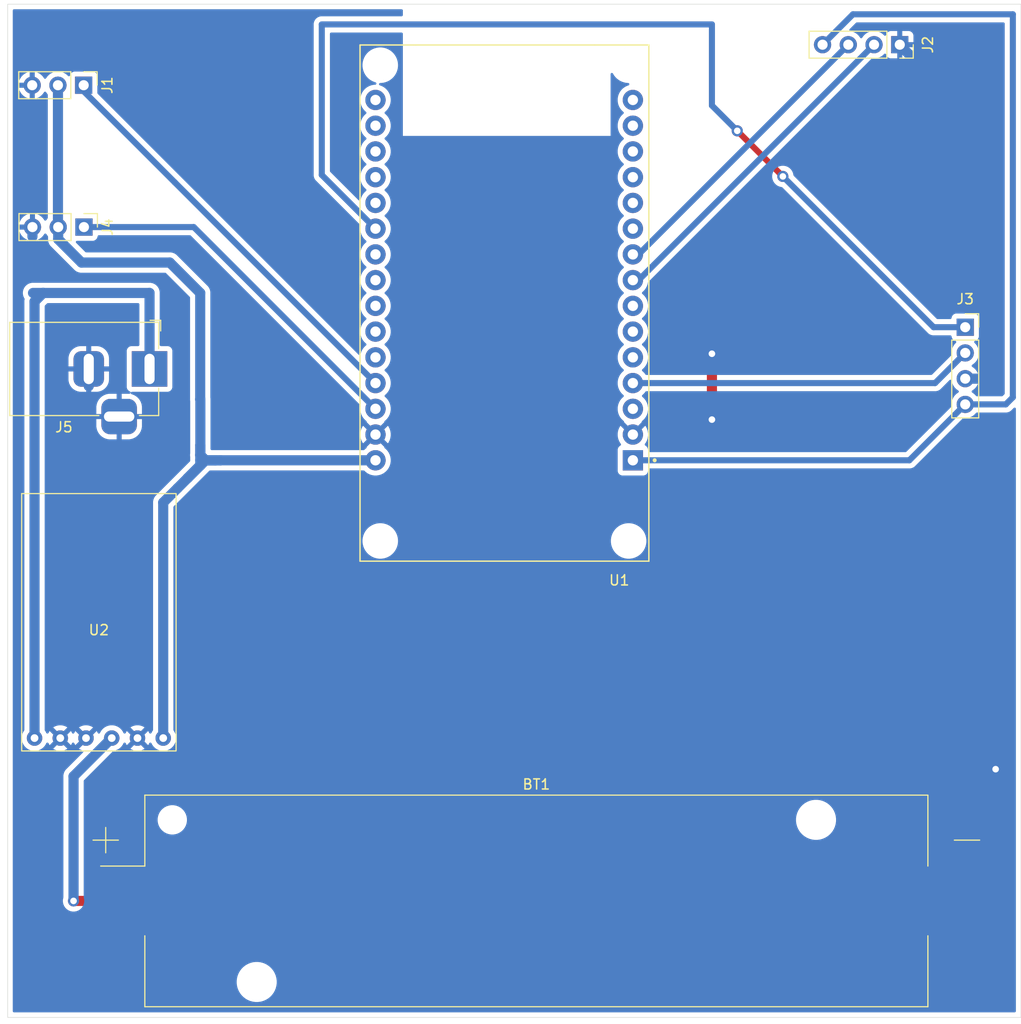
<source format=kicad_pcb>
(kicad_pcb (version 20241229) (generator "pcbnew") (generator_version "9.0")
  (layers (0 "F.Cu" signal) (2 "B.Cu" signal) (13 "F.Paste" user) (15 "B.Paste" user) (5 "F.SilkS" user "F.Silkscreen") (7 "B.SilkS" user "B.Silkscreen") (1 "F.Mask" user) (3 "B.Mask" user) (25 "Edge.Cuts" user))
  (net 0 "")
  (net 1 "GND")
  (net 2 "+BATT")
  (net 3 "/servo1")
  (net 4 "+5V")
  (net 5 "/echo")
  (net 6 "/3v_fuente")
  (net 7 "/trig")
  (net 8 "/DO_SL")
  (net 9 "/AO_SL")
  (net 10 "/servo2")
  (net 11 "VDC")
  (footprint "Connector_PinHeader_2.54mm:PinHeader_1x03_P2.54mm_Vertical" (layer "F.Cu") (at 108.025 57 -90)
    (property "Reference" "J4" (at 0 -2.33 90) (layer "F.SilkS"))
    (property "Value" "Servomotor_2")
    (fp_line (start -1.33 6.41) (end 1.33 6.41) (stroke (width 0.12)) (layer "F.SilkS"))
    (fp_line (start -1.33 1.27) (end -1.33 6.41) (stroke (width 0.12)) (layer "F.SilkS"))
    (fp_line (start -1.33 1.27) (end 1.33 1.27) (stroke (width 0.12)) (layer "F.SilkS"))
    (fp_line (start 1.33 1.27) (end 1.33 6.41) (stroke (width 0.12)) (layer "F.SilkS"))
    (fp_line (start -1.33 0) (end -1.33 -1.33) (stroke (width 0.12)) (layer "F.SilkS"))
    (fp_line (start -1.33 -1.33) (end 0 -1.33) (stroke (width 0.12)) (layer "F.SilkS"))
    (pad "1" thru_hole rect (at 0 0 270) (size 1.7 1.7) (drill 1) (layers "*.Cu" "*.Mask") (net 10 "/servo2"))
    (pad "2" thru_hole oval (at 0 2.54 270) (size 1.7 1.7) (drill 1) (layers "*.Cu" "*.Mask") (net 4 "+5V"))
    (pad "3" thru_hole oval (at 0 5.08 270) (size 1.7 1.7) (drill 1) (layers "*.Cu" "*.Mask") (net 1 "GND"))
  )
  (footprint "cd42:mh-cd42" (layer "F.Cu") (at 109.5 96)
    (property "Reference" "U2" (at 0 0.77 0) (layer "F.SilkS"))
    (property "Value" "mh-cd42")
    (fp_rect (start -7.62 -12.7) (end 7.62 12.7) (stroke (width 0.12)) (fill no) (layer "F.SilkS"))
    (pad "1" thru_hole circle (at -6.35 11.43) (size 1.524 1.524) (drill 0.762) (layers "*.Cu" "*.Mask") (net 11 "VDC"))
    (pad "2" thru_hole circle (at -3.81 11.43) (size 1.524 1.524) (drill 0.762) (layers "*.Cu" "*.Mask") (net 1 "GND"))
    (pad "3" thru_hole circle (at -1.27 11.43) (size 1.524 1.524) (drill 0.762) (layers "*.Cu" "*.Mask") (net 1 "GND"))
    (pad "4" thru_hole circle (at 1.27 11.43) (size 1.524 1.524) (drill 0.762) (layers "*.Cu" "*.Mask") (net 2 "+BATT"))
    (pad "5" thru_hole circle (at 3.81 11.43) (size 1.524 1.524) (drill 0.762) (layers "*.Cu" "*.Mask") (net 1 "GND"))
    (pad "6" thru_hole circle (at 6.35 11.43) (size 1.524 1.524) (drill 0.762) (layers "*.Cu" "*.Mask") (net 4 "+5V"))
  )
  (footprint "Connector_BarrelJack:BarrelJack_Horizontal" (layer "F.Cu") (at 114.5 71)
    (property "Reference" "J5" (at -8.45 5.75 0) (layer "F.SilkS"))
    (property "Value" "Barrel_Jack_Switch")
    (fp_line (start -13.8 -4.6) (end 0.9 -4.6) (stroke (width 0.12)) (layer "F.SilkS"))
    (fp_line (start -13.8 4.6) (end -13.8 -4.6) (stroke (width 0.12)) (layer "F.SilkS"))
    (fp_line (start -5 4.6) (end -13.8 4.6) (stroke (width 0.12)) (layer "F.SilkS"))
    (fp_line (start 0.05 -4.8) (end 1.1 -4.8) (stroke (width 0.12)) (layer "F.SilkS"))
    (fp_line (start 0.9 -4.6) (end 0.9 -2) (stroke (width 0.12)) (layer "F.SilkS"))
    (fp_line (start 0.9 1.9) (end 0.9 4.6) (stroke (width 0.12)) (layer "F.SilkS"))
    (fp_line (start 0.9 4.6) (end -1 4.6) (stroke (width 0.12)) (layer "F.SilkS"))
    (fp_line (start 1.1 -3.75) (end 1.1 -4.8) (stroke (width 0.12)) (layer "F.SilkS"))
    (pad "1" thru_hole rect (at 0 0) (size 3.5 3.5) (drill oval 1 3) (layers "*.Cu" "*.Mask") (net 11 "VDC"))
    (pad "2" thru_hole roundrect (at -6 0) (size 3 3.5) (drill oval 1 3) (layers "*.Cu" "*.Mask") (net 1 "GND"))
    (pad "3" thru_hole roundrect (at -3 4.7) (size 3.5 3.5) (drill oval 3 1) (layers "*.Cu" "*.Mask") (net 1 "GND"))
  )
  (footprint "Battery:BatteryHolder_Keystone_1042_1x18650" (layer "F.Cu") (at 152.675 123.5)
    (property "Reference" "BT1" (at 0 -11.5 0) (layer "F.SilkS"))
    (property "Value" "Battery")
    (fp_line (start -43.75 -6) (end -41.25 -6) (stroke (width 0.12)) (layer "F.SilkS"))
    (fp_line (start -42.5 -4.75) (end -42.5 -7.25) (stroke (width 0.12)) (layer "F.SilkS"))
    (fp_line (start -38.64 -10.44) (end -38.64 -3.44) (stroke (width 0.12)) (layer "F.SilkS"))
    (fp_line (start -38.64 -3.44) (end -43 -3.44) (stroke (width 0.12)) (layer "F.SilkS"))
    (fp_line (start -38.64 10.44) (end -38.64 3.44) (stroke (width 0.12)) (layer "F.SilkS"))
    (fp_line (start 38.64 -10.44) (end -38.64 -10.44) (stroke (width 0.12)) (layer "F.SilkS"))
    (fp_line (start 38.64 -3.44) (end 38.64 -10.42) (stroke (width 0.12)) (layer "F.SilkS"))
    (fp_line (start 38.64 3.44) (end 38.64 10.44) (stroke (width 0.12)) (layer "F.SilkS"))
    (fp_line (start 38.64 10.44) (end -38.64 10.44) (stroke (width 0.12)) (layer "F.SilkS"))
    (fp_line (start 43.75 -6) (end 41.25 -6) (stroke (width 0.12)) (layer "F.SilkS"))
    (pad "" np_thru_hole circle (at -35.93 -8) (size 2.39 2.39) (drill 2.39) (layers "*.Cu" "*.Mask"))
    (pad "" np_thru_hole circle (at -27.6 8) (size 3.45 3.45) (drill 3.45) (layers "*.Cu" "*.Mask"))
    (pad "" np_thru_hole circle (at 27.6 -8) (size 3.45 3.45) (drill 3.45) (layers "*.Cu" "*.Mask"))
    (pad "1" smd rect (at -39.33 0) (size 7.34 6.35) (layers "F.Cu" "F.Mask" "F.Paste") (net 2 "+BATT"))
    (pad "2" smd rect (at 39.33 0) (size 7.34 6.35) (layers "F.Cu" "F.Mask" "F.Paste") (net 1 "GND"))
  )
  (footprint "Connector_PinSocket_2.54mm:PinSocket_1x04_P2.54mm_Vertical" (layer "F.Cu") (at 188.54 39 -90)
    (property "Reference" "J2" (at 0 -2.77 90) (layer "F.SilkS"))
    (property "Value" "Ultrasonido")
    (fp_line (start -1.33 8.95) (end 1.33 8.95) (stroke (width 0.12)) (layer "F.SilkS"))
    (fp_line (start -1.33 1.27) (end -1.33 8.95) (stroke (width 0.12)) (layer "F.SilkS"))
    (fp_line (start -1.33 1.27) (end 1.33 1.27) (stroke (width 0.12)) (layer "F.SilkS"))
    (fp_line (start 1.33 1.27) (end 1.33 8.95) (stroke (width 0.12)) (layer "F.SilkS"))
    (fp_line (start 0 -1.33) (end 1.33 -1.33) (stroke (width 0.12)) (layer "F.SilkS"))
    (fp_line (start 1.33 -1.33) (end 1.33 0) (stroke (width 0.12)) (layer "F.SilkS"))
    (pad "1" thru_hole rect (at 0 0 270) (size 1.7 1.7) (drill 1) (layers "*.Cu" "*.Mask") (net 1 "GND"))
    (pad "2" thru_hole oval (at 0 2.54 270) (size 1.7 1.7) (drill 1) (layers "*.Cu" "*.Mask") (net 5 "/echo"))
    (pad "3" thru_hole oval (at 0 5.08 270) (size 1.7 1.7) (drill 1) (layers "*.Cu" "*.Mask") (net 7 "/trig"))
    (pad "4" thru_hole oval (at 0 7.62 270) (size 1.7 1.7) (drill 1) (layers "*.Cu" "*.Mask") (net 6 "/3v_fuente"))
  )
  (footprint "Connector_PinSocket_2.54mm:PinSocket_1x04_P2.54mm_Vertical" (layer "F.Cu") (at 195 66.88)
    (property "Reference" "J3" (at 0 -2.77 0) (layer "F.SilkS"))
    (property "Value" "Sensor_lluvia")
    (fp_line (start -1.33 1.27) (end -1.33 8.95) (stroke (width 0.12)) (layer "F.SilkS"))
    (fp_line (start -1.33 1.27) (end 1.33 1.27) (stroke (width 0.12)) (layer "F.SilkS"))
    (fp_line (start -1.33 8.95) (end 1.33 8.95) (stroke (width 0.12)) (layer "F.SilkS"))
    (fp_line (start 0 -1.33) (end 1.33 -1.33) (stroke (width 0.12)) (layer "F.SilkS"))
    (fp_line (start 1.33 -1.33) (end 1.33 0) (stroke (width 0.12)) (layer "F.SilkS"))
    (fp_line (start 1.33 1.27) (end 1.33 8.95) (stroke (width 0.12)) (layer "F.SilkS"))
    (pad "1" thru_hole rect (at 0 0) (size 1.7 1.7) (drill 1) (layers "*.Cu" "*.Mask") (net 9 "/AO_SL"))
    (pad "2" thru_hole oval (at 0 2.54) (size 1.7 1.7) (drill 1) (layers "*.Cu" "*.Mask") (net 8 "/DO_SL"))
    (pad "3" thru_hole oval (at 0 5.08) (size 1.7 1.7) (drill 1) (layers "*.Cu" "*.Mask") (net 1 "GND"))
    (pad "4" thru_hole oval (at 0 7.62) (size 1.7 1.7) (drill 1) (layers "*.Cu" "*.Mask") (net 6 "/3v_fuente"))
  )
  (footprint "Connector_PinHeader_2.54mm:PinHeader_1x03_P2.54mm_Vertical" (layer "F.Cu") (at 108 43 -90)
    (property "Reference" "J1" (at 0 -2.33 90) (layer "F.SilkS"))
    (property "Value" "Servomotor")
    (fp_line (start -1.33 6.41) (end 1.33 6.41) (stroke (width 0.12)) (layer "F.SilkS"))
    (fp_line (start -1.33 1.27) (end -1.33 6.41) (stroke (width 0.12)) (layer "F.SilkS"))
    (fp_line (start -1.33 1.27) (end 1.33 1.27) (stroke (width 0.12)) (layer "F.SilkS"))
    (fp_line (start 1.33 1.27) (end 1.33 6.41) (stroke (width 0.12)) (layer "F.SilkS"))
    (fp_line (start -1.33 0) (end -1.33 -1.33) (stroke (width 0.12)) (layer "F.SilkS"))
    (fp_line (start -1.33 -1.33) (end 0 -1.33) (stroke (width 0.12)) (layer "F.SilkS"))
    (pad "1" thru_hole rect (at 0 0 270) (size 1.7 1.7) (drill 1) (layers "*.Cu" "*.Mask") (net 3 "/servo1"))
    (pad "2" thru_hole oval (at 0 2.54 270) (size 1.7 1.7) (drill 1) (layers "*.Cu" "*.Mask") (net 4 "+5V"))
    (pad "3" thru_hole oval (at 0 5.08 270) (size 1.7 1.7) (drill 1) (layers "*.Cu" "*.Mask") (net 1 "GND"))
  )
  (footprint "devkit-esp32:MODULE_ESP32_DEVKIT_V1" (layer "F.Cu") (at 149.5 64.5 180)
    (property "Reference" "U1" (at -11.355 -27.36 0) (layer "F.SilkS"))
    (property "Value" "ESP32-DEVKIT-V1")
    (fp_line (start 14.23 25.475) (end -14.28 25.475) (stroke (width 0.127)) (layer "F.SilkS"))
    (fp_line (start 14.23 -25.475) (end 14.23 25.475) (stroke (width 0.127)) (layer "F.SilkS"))
    (fp_line (start 14.23 -25.475) (end 14.23 25.475) (stroke (width 0.127)) (layer "F.SilkS"))
    (fp_line (start 8.78 25.475) (end 14.23 25.475) (stroke (width 0.127)) (layer "F.SilkS"))
    (fp_line (start 3.5 -25.475) (end 14.23 -25.475) (stroke (width 0.127)) (layer "F.SilkS"))
    (fp_line (start -3.211 -25.475) (end 3.5 -25.475) (stroke (width 0.127)) (layer "F.SilkS"))
    (fp_line (start -8.91 25.475) (end 8.78 25.475) (stroke (width 0.127)) (layer "F.SilkS"))
    (fp_line (start -14.28 25.475) (end -8.91 25.475) (stroke (width 0.127)) (layer "F.SilkS"))
    (fp_line (start -14.28 25.475) (end -14.28 -25.475) (stroke (width 0.127)) (layer "F.SilkS"))
    (fp_line (start -14.28 25.475) (end -14.28 -25.475) (stroke (width 0.127)) (layer "F.SilkS"))
    (fp_line (start -14.28 -25.475) (end 14.23 -25.475) (stroke (width 0.127)) (layer "F.SilkS"))
    (fp_line (start -14.28 -25.475) (end -3.211 -25.475) (stroke (width 0.127)) (layer "F.SilkS"))
    (fp_circle (center -14.85 -15.515) (end -14.75 -15.515) (stroke (width 0.2)) (fill no) (layer "F.SilkS"))
    (pad "" np_thru_hole circle (at -12.28 -23.475 180) (size 3 3) (drill 3) (layers "*.Cu" "*.Mask"))
    (pad "" np_thru_hole circle (at -12.28 23.475 180) (size 3 3) (drill 3) (layers "*.Cu" "*.Mask"))
    (pad "" np_thru_hole circle (at 12.23 -23.475 180) (size 3 3) (drill 3) (layers "*.Cu" "*.Mask"))
    (pad "" np_thru_hole circle (at 12.23 23.475 180) (size 3 3) (drill 3) (layers "*.Cu" "*.Mask"))
    (pad "1" thru_hole rect (at -12.7 -15.515 180) (size 2 2) (drill 1.02) (layers "*.Cu" "*.Mask") (net 6 "/3v_fuente"))
    (pad "2" thru_hole circle (at -12.7 -12.975 180) (size 2 2) (drill 1.02) (layers "*.Cu" "*.Mask") (net 1 "GND"))
    (pad "3" thru_hole circle (at -12.7 -10.435 180) (size 2 2) (drill 1.02) (layers "*.Cu" "*.Mask"))
    (pad "4" thru_hole circle (at -12.7 -7.895 180) (size 2 2) (drill 1.02) (layers "*.Cu" "*.Mask") (net 8 "/DO_SL"))
    (pad "5" thru_hole circle (at -12.7 -5.355 180) (size 2 2) (drill 1.02) (layers "*.Cu" "*.Mask"))
    (pad "6" thru_hole circle (at -12.7 -2.815 180) (size 2 2) (drill 1.02) (layers "*.Cu" "*.Mask"))
    (pad "7" thru_hole circle (at -12.7 -0.275 180) (size 2 2) (drill 1.02) (layers "*.Cu" "*.Mask"))
    (pad "8" thru_hole circle (at -12.7 2.265 180) (size 2 2) (drill 1.02) (layers "*.Cu" "*.Mask") (net 5 "/echo"))
    (pad "9" thru_hole circle (at -12.7 4.805 180) (size 2 2) (drill 1.02) (layers "*.Cu" "*.Mask") (net 7 "/trig"))
    (pad "10" thru_hole circle (at -12.7 7.345 180) (size 2 2) (drill 1.02) (layers "*.Cu" "*.Mask"))
    (pad "11" thru_hole circle (at -12.7 9.885 180) (size 2 2) (drill 1.02) (layers "*.Cu" "*.Mask"))
    (pad "12" thru_hole circle (at -12.7 12.425 180) (size 2 2) (drill 1.02) (layers "*.Cu" "*.Mask"))
    (pad "13" thru_hole circle (at -12.7 14.965 180) (size 2 2) (drill 1.02) (layers "*.Cu" "*.Mask"))
    (pad "14" thru_hole circle (at -12.7 17.505 180) (size 2 2) (drill 1.02) (layers "*.Cu" "*.Mask"))
    (pad "15" thru_hole circle (at -12.7 20.045 180) (size 2 2) (drill 1.02) (layers "*.Cu" "*.Mask"))
    (pad "16" thru_hole circle (at 12.7 20.045 180) (size 2 2) (drill 1.02) (layers "*.Cu" "*.Mask"))
    (pad "17" thru_hole circle (at 12.7 17.505 180) (size 2 2) (drill 1.02) (layers "*.Cu" "*.Mask"))
    (pad "18" thru_hole circle (at 12.7 14.965 180) (size 2 2) (drill 1.02) (layers "*.Cu" "*.Mask"))
    (pad "19" thru_hole circle (at 12.7 12.425 180) (size 2 2) (drill 1.02) (layers "*.Cu" "*.Mask"))
    (pad "20" thru_hole circle (at 12.7 9.885 180) (size 2 2) (drill 1.02) (layers "*.Cu" "*.Mask"))
    (pad "21" thru_hole circle (at 12.7 7.345 180) (size 2 2) (drill 1.02) (layers "*.Cu" "*.Mask") (net 9 "/AO_SL"))
    (pad "22" thru_hole circle (at 12.7 4.805 180) (size 2 2) (drill 1.02) (layers "*.Cu" "*.Mask"))
    (pad "23" thru_hole circle (at 12.7 2.265 180) (size 2 2) (drill 1.02) (layers "*.Cu" "*.Mask"))
    (pad "24" thru_hole circle (at 12.7 -0.275 180) (size 2 2) (drill 1.02) (layers "*.Cu" "*.Mask"))
    (pad "25" thru_hole circle (at 12.7 -2.815 180) (size 2 2) (drill 1.02) (layers "*.Cu" "*.Mask"))
    (pad "26" thru_hole circle (at 12.7 -5.355 180) (size 2 2) (drill 1.02) (layers "*.Cu" "*.Mask"))
    (pad "27" thru_hole circle (at 12.7 -7.895 180) (size 2 2) (drill 1.02) (layers "*.Cu" "*.Mask") (net 3 "/servo1"))
    (pad "28" thru_hole circle (at 12.7 -10.435 180) (size 2 2) (drill 1.02) (layers "*.Cu" "*.Mask") (net 10 "/servo2"))
    (pad "29" thru_hole circle (at 12.7 -12.975 180) (size 2 2) (drill 1.02) (layers "*.Cu" "*.Mask") (net 1 "GND"))
    (pad "30" thru_hole circle (at 12.7 -15.515 180) (size 2 2) (drill 1.02) (layers "*.Cu" "*.Mask") (net 4 "+5V"))
    (zone (net 0) (net_name "") (layer "B.Cu") (connect_pads (clearance 0)) (min_thickness 0.01)
      (keepout (tracks not_allowed) (vias not_allowed) (pads not_allowed) (copperpour not_allowed) (footprints allowed))
      (fill (thermal_gap 0.508) (thermal_bridge_width 0.508))
      (polygon (pts (xy 158.41 45.515) (xy 140.72 45.515) (xy 140.72 39.025) (xy 158.41 39.025)))
    )
  )
  (gr_rect (start 100.5 35) (end 200.5 135) (stroke (width 0.05)) (fill no) (layer "Edge.Cuts"))
  (segment (start 198 111) (end 198 110.5) (width 1) (layer "F.Cu") (net 1))
  (segment (start 192.005 123.5) (end 198 123.5) (width 1) (layer "F.Cu") (net 1))
  (segment (start 170 69.5) (end 170 76) (width 1) (layer "F.Cu") (net 1))
  (segment (start 198 123.5) (end 198 111) (width 1) (layer "F.Cu") (net 1))
  (via (at 198 110.5) (size 1.1) (drill 0.65) (layers "F.Cu" "B.Cu") (net 1))
  (via (at 170 69.5) (size 1.1) (drill 0.65) (layers "F.Cu" "B.Cu") (net 1))
  (via (at 170 76) (size 1.1) (drill 0.65) (layers "F.Cu" "B.Cu") (net 1))
  (segment (start 196.96 71.96) (end 197 72) (width 1) (layer "B.Cu") (net 1))
  (segment (start 102.945 57) (end 102.945 57.945) (width 1) (layer "B.Cu") (net 1))
  (segment (start 198 110.5) (end 198 108) (width 1) (layer "B.Cu") (net 1))
  (segment (start 188.54 39) (end 188.54 39.04) (width 1) (layer "B.Cu") (net 1))
  (segment (start 108.5 71) (end 108.5 72.7) (width 1) (layer "B.Cu") (net 1))
  (segment (start 195 71.96) (end 196.96 71.96) (width 1) (layer "B.Cu") (net 1))
  (segment (start 188.54 39.04) (end 190 40.5) (width 1) (layer "B.Cu") (net 1))
  (segment (start 113.345 123.5) (end 107 123.5) (width 1) (layer "F.Cu") (net 2))
  (via (at 107 123.5) (size 1.1) (drill 0.65) (layers "F.Cu" "B.Cu") (net 2))
  (segment (start 107 111.2) (end 110.77 107.43) (width 1) (layer "B.Cu") (net 2))
  (segment (start 107 123.5) (end 107 111.2) (width 1) (layer "B.Cu") (net 2))
  (segment (start 117 52.595) (end 136.8 72.395) (width 0.6) (layer "B.Cu") (net 3))
  (segment (start 108 43) (end 108 43.595) (width 0.6) (layer "B.Cu") (net 3))
  (segment (start 108 43.595) (end 117 52.595) (width 0.6) (layer "B.Cu") (net 3))
  (segment (start 121 80.015) (end 120.015 80.015) (width 1) (layer "B.Cu") (net 4))
  (segment (start 119.515 78.5) (end 119.515 80.515) (width 1) (layer "B.Cu") (net 4))
  (segment (start 107.782919 60.5) (end 116.5 60.5) (width 1) (layer "B.Cu") (net 4))
  (segment (start 120.015 80.015) (end 118.265 81.765) (width 1) (layer "B.Cu") (net 4))
  (segment (start 119.515 78.5) (end 119.515 79.515) (width 1) (layer "B.Cu") (net 4))
  (segment (start 121.5 80.015) (end 121 80.015) (width 1) (layer "B.Cu") (net 4))
  (segment (start 119.515 80.515) (end 118.265 81.765) (width 1) (layer "B.Cu") (net 4))
  (segment (start 121 80.015) (end 119.53 80.015) (width 1) (layer "B.Cu") (net 4))
  (segment (start 118.265 81.765) (end 117.265 82.765) (width 1) (layer "B.Cu") (net 4))
  (segment (start 119.515 74.015) (end 119.515 78.5) (width 1) (layer "B.Cu") (net 4))
  (segment (start 115.85 84.18) (end 117.265 82.765) (width 1) (layer "B.Cu") (net 4))
  (segment (start 119.515 80.515) (end 119.515 80) (width 1) (layer "B.Cu") (net 4))
  (segment (start 119.515 80) (end 119.515 78.5) (width 1) (layer "B.Cu") (net 4))
  (segment (start 119.515 80.515) (end 120.015 80.015) (width 1) (layer "B.Cu") (net 4))
  (segment (start 119.5 63.5) (end 119.5 74) (width 1) (layer "B.Cu") (net 4))
  (segment (start 105.46 43) (end 105.46 56.975) (width 1) (layer "B.Cu") (net 4))
  (segment (start 119.515 79.515) (end 120.015 80.015) (width 1) (layer "B.Cu") (net 4))
  (segment (start 136.8 80.015) (end 121.5 80.015) (width 1) (layer "B.Cu") (net 4))
  (segment (start 105.485 57) (end 105.485 58.202081) (width 1) (layer "B.Cu") (net 4))
  (segment (start 120.015 80.015) (end 119.5 79.5) (width 1) (layer "B.Cu") (net 4))
  (segment (start 105.485 58.202081) (end 107.782919 60.5) (width 1) (layer "B.Cu") (net 4))
  (segment (start 119.53 80.015) (end 119.515 80) (width 1) (layer "B.Cu") (net 4))
  (segment (start 119.5 74) (end 119.515 74.015) (width 1) (layer "B.Cu") (net 4))
  (segment (start 105.46 56.975) (end 105.485 57) (width 1) (layer "B.Cu") (net 4))
  (segment (start 115.85 107.43) (end 115.85 84.18) (width 1) (layer "B.Cu") (net 4))
  (segment (start 121.5 80.015) (end 120.015 80.015) (width 1) (layer "B.Cu") (net 4))
  (segment (start 116.5 60.5) (end 119.5 63.5) (width 1) (layer "B.Cu") (net 4))
  (segment (start 162.2 62.235) (end 162.765 62.235) (width 0.6) (layer "B.Cu") (net 5))
  (segment (start 162.765 62.235) (end 186 39) (width 0.6) (layer "B.Cu") (net 5))
  (segment (start 180.92 39) (end 183.92 36) (width 0.6) (layer "B.Cu") (net 6))
  (segment (start 199.699 73.801) (end 199 74.5) (width 0.6) (layer "B.Cu") (net 6))
  (segment (start 183.92 36) (end 199.699 36) (width 0.6) (layer "B.Cu") (net 6))
  (segment (start 162.2 80.015) (end 189.485 80.015) (width 0.6) (layer "B.Cu") (net 6))
  (segment (start 199.699 36) (end 199.699 73.801) (width 0.6) (layer "B.Cu") (net 6))
  (segment (start 189.485 80.015) (end 195 74.5) (width 0.6) (layer "B.Cu") (net 6))
  (segment (start 199 74.5) (end 195 74.5) (width 0.6) (layer "B.Cu") (net 6))
  (segment (start 162.765 59.695) (end 183.46 39) (width 0.6) (layer "B.Cu") (net 7))
  (segment (start 162.2 59.695) (end 162.765 59.695) (width 0.6) (layer "B.Cu") (net 7))
  (segment (start 195 69.42) (end 192.025 72.395) (width 0.6) (layer "B.Cu") (net 8))
  (segment (start 192.025 72.395) (end 162.2 72.395) (width 0.6) (layer "B.Cu") (net 8))
  (segment (start 172.5 47.5) (end 177 52) (width 0.6) (layer "F.Cu") (net 9))
  (via (at 172.5 47.5) (size 1.1) (drill 0.65) (layers "F.Cu" "B.Cu") (net 9))
  (via (at 177 52) (size 1.1) (drill 0.65) (layers "F.Cu" "B.Cu") (net 9))
  (segment (start 195 66.88) (end 191.88 66.88) (width 0.6) (layer "B.Cu") (net 9))
  (segment (start 170 37) (end 170 45) (width 0.6) (layer "B.Cu") (net 9))
  (segment (start 131.5 37) (end 170 37) (width 0.6) (layer "B.Cu") (net 9))
  (segment (start 131.5 51.855) (end 131.5 37) (width 0.6) (layer "B.Cu") (net 9))
  (segment (start 136.8 57.155) (end 131.5 51.855) (width 0.6) (layer "B.Cu") (net 9))
  (segment (start 191.88 66.88) (end 177 52) (width 0.6) (layer "B.Cu") (net 9))
  (segment (start 170 45) (end 172.5 47.5) (width 0.6) (layer "B.Cu") (net 9))
  (segment (start 136.8 57.495897) (end 136.8 57.155) (width 0.6) (layer "B.Cu") (net 9))
  (segment (start 118.865 57) (end 136.8 74.935) (width 0.6) (layer "B.Cu") (net 10))
  (segment (start 108.025 57) (end 118.865 57) (width 0.6) (layer "B.Cu") (net 10))
  (segment (start 103.15 64.35) (end 104 63.5) (width 1) (layer "B.Cu") (net 11))
  (segment (start 103 63.5) (end 104 63.5) (width 1) (layer "B.Cu") (net 11))
  (segment (start 114.5 71) (end 114.5 63.5) (width 1) (layer "B.Cu") (net 11))
  (segment (start 103.15 107.43) (end 103.15 64.35) (width 1) (layer "B.Cu") (net 11))
  (segment (start 104 63.5) (end 114.5 63.5) (width 1) (layer "B.Cu") (net 11))
  (zone (net 1) (net_name "GND") (layer "B.Cu") (connect_pads (clearance 0.5)) (min_thickness 0.25) (fill yes (thermal_gap 0.5) (thermal_bridge_width 0.5))
    (polygon (pts (xy 100.5 35) (xy 100.5 135) (xy 200.5 135) (xy 200.5 35) (xy 160 35) (xy 160 48) (xy 139.5 48) (xy 139.5 35)))
  )
)
</source>
